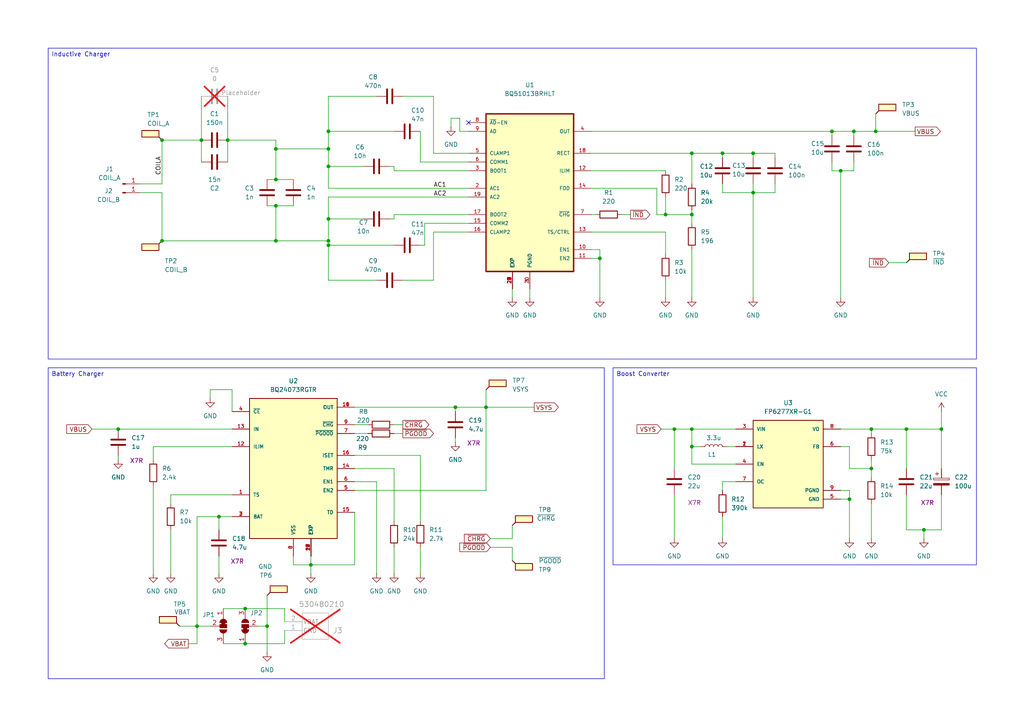
<source format=kicad_sch>
(kicad_sch (version 20250114) (generator "eeschema") (generator_version "9.0")
  (paper "A4")
  (text_box "Inductive Charger" (at 13.97 13.97 0) (size 269.24 90.17) (margins 0.9525 0.9525 0.9525 0.9525) (effects (font (size 1.27 1.27)) (justify left top)))
  (text_box "Battery Charger" (at 13.97 106.68 0) (size 161.29 90.17) (margins 0.9525 0.9525 0.9525 0.9525) (effects (font (size 1.27 1.27)) (justify left top)))
  (text_box "Boost Converter" (at 177.8 106.68 0) (size 105.41 57.15) (margins 0.9525 0.9525 0.9525 0.9525) (effects (font (size 1.27 1.27)) (justify left top)))
  (junction (at 200.66 44.45))
  (junction (at 193.04 62.23))
  (junction (at 273.05 124.46))
  (junction (at 71.12 176.53))
  (junction (at 200.66 62.23))
  (junction (at 132.08 118.11))
  (junction (at 262.89 124.46))
  (junction (at 246.38 144.78))
  (junction (at 95.25 63.5))
  (junction (at 200.66 124.46))
  (junction (at 95.25 38.1))
  (junction (at 252.73 135.89))
  (junction (at 34.29 124.46))
  (junction (at 243.84 49.53))
  (junction (at 71.12 186.69))
  (junction (at 195.58 124.46))
  (junction (at 218.44 55.88))
  (junction (at 66.04 40.64))
  (junction (at 80.01 59.69))
  (junction (at 218.44 44.45))
  (junction (at 46.99 40.64))
  (junction (at 95.25 48.26))
  (junction (at 140.97 118.11))
  (junction (at 95.25 71.12))
  (junction (at 173.99 74.93))
  (junction (at 209.55 44.45))
  (junction (at 200.66 129.54))
  (junction (at 252.73 124.46))
  (junction (at 267.97 153.67))
  (junction (at 57.15 181.61))
  (junction (at 80.01 69.85))
  (junction (at 77.47 181.61))
  (junction (at 247.65 38.1))
  (junction (at 241.3 38.1))
  (junction (at 80.01 43.18))
  (junction (at 90.17 163.83))
  (junction (at 80.01 52.07))
  (junction (at 63.5 149.86))
  (junction (at 46.99 69.85))
  (junction (at 58.42 40.64))
  (junction (at 254 38.1))
  (junction (at 95.25 43.18))
  (junction (at 95.25 69.85))
  (no_connect (at 135.89 35.56))
  (wire (pts (xy 246.38 144.78) (xy 246.38 156.21)))
  (wire (pts (xy 241.3 46.99) (xy 241.3 49.53)))
  (wire (pts (xy 132.08 119.38) (xy 132.08 118.11)))
  (wire (pts (xy 95.25 63.5) (xy 95.25 69.85)))
  (wire (pts (xy 273.05 153.67) (xy 267.97 153.67)))
  (wire (pts (xy 121.92 71.12) (xy 123.19 71.12)))
  (wire (pts (xy 190.5 54.61) (xy 171.45 54.61)))
  (wire (pts (xy 60.96 181.61) (xy 57.15 181.61)))
  (wire (pts (xy 195.58 124.46) (xy 200.66 124.46)))
  (wire (pts (xy 171.45 49.53) (xy 193.04 49.53)))
  (wire (pts (xy 85.09 163.83) (xy 90.17 163.83)))
  (wire (pts (xy 106.68 125.73) (xy 102.87 125.73)))
  (wire (pts (xy 57.15 149.86) (xy 63.5 149.86)))
  (wire (pts (xy 262.89 124.46) (xy 252.73 124.46)))
  (wire (pts (xy 40.64 55.88) (xy 46.99 55.88)))
  (wire (pts (xy 77.47 172.72) (xy 77.47 181.61)))
  (wire (pts (xy 121.92 151.13) (xy 121.92 132.08)))
  (wire (pts (xy 49.53 146.05) (xy 49.53 143.51)))
  (wire (pts (xy 95.25 48.26) (xy 95.25 54.61)))
  (wire (pts (xy 66.04 27.94) (xy 66.04 40.64)))
  (wire (pts (xy 123.19 71.12) (xy 123.19 64.77)))
  (wire (pts (xy 67.31 149.86) (xy 63.5 149.86)))
  (wire (pts (xy 123.19 64.77) (xy 135.89 64.77)))
  (wire (pts (xy 142.24 158.75) (xy 148.59 158.75)))
  (wire (pts (xy 209.55 44.45) (xy 218.44 44.45)))
  (wire (pts (xy 121.92 38.1) (xy 121.92 46.99)))
  (wire (pts (xy 90.17 163.83) (xy 102.87 163.83)))
  (wire (pts (xy 34.29 133.35) (xy 34.29 132.08)))
  (wire (pts (xy 191.77 124.46) (xy 195.58 124.46)))
  (wire (pts (xy 173.99 72.39) (xy 173.99 74.93)))
  (wire (pts (xy 95.25 81.28) (xy 109.22 81.28)))
  (wire (pts (xy 80.01 43.18) (xy 80.01 52.07)))
  (wire (pts (xy 67.31 129.54) (xy 44.45 129.54)))
  (wire (pts (xy 60.96 113.03) (xy 60.96 115.57)))
  (wire (pts (xy 195.58 143.51) (xy 195.58 156.21)))
  (wire (pts (xy 40.64 53.34) (xy 46.99 53.34)))
  (wire (pts (xy 125.73 67.31) (xy 135.89 67.31)))
  (wire (pts (xy 130.81 36.83) (xy 130.81 34.29)))
  (wire (pts (xy 241.3 38.1) (xy 247.65 38.1)))
  (wire (pts (xy 102.87 118.11) (xy 132.08 118.11)))
  (wire (pts (xy 95.25 38.1) (xy 114.3 38.1)))
  (wire (pts (xy 171.45 74.93) (xy 173.99 74.93)))
  (wire (pts (xy 82.55 182.88) (xy 82.55 186.69)))
  (wire (pts (xy 252.73 135.89) (xy 252.73 133.35)))
  (wire (pts (xy 209.55 139.7) (xy 209.55 142.24)))
  (wire (pts (xy 193.04 57.15) (xy 193.04 62.23)))
  (wire (pts (xy 247.65 39.37) (xy 247.65 38.1)))
  (wire (pts (xy 195.58 135.89) (xy 195.58 124.46)))
  (wire (pts (xy 113.03 63.5) (xy 114.3 63.5)))
  (wire (pts (xy 200.66 60.96) (xy 200.66 62.23)))
  (wire (pts (xy 135.89 54.61) (xy 95.25 54.61)))
  (wire (pts (xy 140.97 118.11) (xy 154.94 118.11)))
  (wire (pts (xy 114.3 135.89) (xy 114.3 151.13)))
  (wire (pts (xy 46.99 53.34) (xy 46.99 40.64)))
  (wire (pts (xy 209.55 55.88) (xy 218.44 55.88)))
  (wire (pts (xy 52.07 181.61) (xy 57.15 181.61)))
  (wire (pts (xy 95.25 71.12) (xy 114.3 71.12)))
  (wire (pts (xy 71.12 186.69) (xy 82.55 186.69)))
  (wire (pts (xy 102.87 142.24) (xy 140.97 142.24)))
  (wire (pts (xy 80.01 40.64) (xy 66.04 40.64)))
  (wire (pts (xy 121.92 158.75) (xy 121.92 166.37)))
  (wire (pts (xy 113.03 48.26) (xy 114.3 48.26)))
  (wire (pts (xy 262.89 143.51) (xy 262.89 153.67)))
  (wire (pts (xy 95.25 81.28) (xy 95.25 71.12)))
  (wire (pts (xy 95.25 69.85) (xy 80.01 69.85)))
  (wire (pts (xy 133.35 38.1) (xy 135.89 38.1)))
  (wire (pts (xy 80.01 59.69) (xy 80.01 69.85)))
  (wire (pts (xy 130.81 34.29) (xy 133.35 34.29)))
  (wire (pts (xy 243.84 129.54) (xy 246.38 129.54)))
  (wire (pts (xy 209.55 149.86) (xy 209.55 156.21)))
  (wire (pts (xy 132.08 128.27) (xy 132.08 127)))
  (wire (pts (xy 200.66 129.54) (xy 203.2 129.54)))
  (wire (pts (xy 77.47 189.23) (xy 77.47 181.61)))
  (wire (pts (xy 49.53 143.51) (xy 67.31 143.51)))
  (wire (pts (xy 90.17 163.83) (xy 90.17 166.37)))
  (wire (pts (xy 77.47 52.07) (xy 80.01 52.07)))
  (wire (pts (xy 200.66 129.54) (xy 200.66 134.62)))
  (wire (pts (xy 58.42 27.94) (xy 58.42 40.64)))
  (wire (pts (xy 114.3 49.53) (xy 135.89 49.53)))
  (wire (pts (xy 241.3 49.53) (xy 243.84 49.53)))
  (wire (pts (xy 82.55 180.34) (xy 82.55 176.53)))
  (wire (pts (xy 246.38 144.78) (xy 246.38 142.24)))
  (wire (pts (xy 252.73 124.46) (xy 252.73 125.73)))
  (wire (pts (xy 148.59 83.82) (xy 148.59 86.36)))
  (wire (pts (xy 252.73 135.89) (xy 252.73 138.43)))
  (wire (pts (xy 132.08 118.11) (xy 140.97 118.11)))
  (wire (pts (xy 66.04 40.64) (xy 66.04 46.99)))
  (wire (pts (xy 173.99 74.93) (xy 173.99 86.36)))
  (wire (pts (xy 267.97 153.67) (xy 262.89 153.67)))
  (wire (pts (xy 246.38 135.89) (xy 252.73 135.89)))
  (wire (pts (xy 114.3 48.26) (xy 114.3 49.53)))
  (wire (pts (xy 121.92 46.99) (xy 135.89 46.99)))
  (wire (pts (xy 273.05 135.89) (xy 273.05 124.46)))
  (wire (pts (xy 44.45 129.54) (xy 44.45 133.35)))
  (wire (pts (xy 218.44 55.88) (xy 224.79 55.88)))
  (wire (pts (xy 140.97 113.03) (xy 140.97 118.11)))
  (wire (pts (xy 171.45 67.31) (xy 193.04 67.31)))
  (wire (pts (xy 63.5 149.86) (xy 63.5 153.67)))
  (wire (pts (xy 171.45 62.23) (xy 172.72 62.23)))
  (wire (pts (xy 95.25 43.18) (xy 95.25 48.26)))
  (wire (pts (xy 44.45 140.97) (xy 44.45 166.37)))
  (wire (pts (xy 114.3 62.23) (xy 135.89 62.23)))
  (wire (pts (xy 224.79 53.34) (xy 224.79 55.88)))
  (wire (pts (xy 142.24 156.21) (xy 148.59 156.21)))
  (wire (pts (xy 57.15 186.69) (xy 57.15 181.61)))
  (wire (pts (xy 125.73 44.45) (xy 135.89 44.45)))
  (wire (pts (xy 213.36 124.46) (xy 200.66 124.46)))
  (wire (pts (xy 213.36 139.7) (xy 209.55 139.7)))
  (wire (pts (xy 26.67 124.46) (xy 34.29 124.46)))
  (wire (pts (xy 114.3 63.5) (xy 114.3 62.23)))
  (wire (pts (xy 243.84 144.78) (xy 246.38 144.78)))
  (wire (pts (xy 171.45 44.45) (xy 200.66 44.45)))
  (wire (pts (xy 77.47 181.61) (xy 74.93 181.61)))
  (wire (pts (xy 200.66 44.45) (xy 209.55 44.45)))
  (wire (pts (xy 262.89 76.2) (xy 257.81 76.2)))
  (wire (pts (xy 95.25 71.12) (xy 95.25 69.85)))
  (wire (pts (xy 190.5 62.23) (xy 193.04 62.23)))
  (wire (pts (xy 85.09 161.29) (xy 85.09 163.83)))
  (wire (pts (xy 67.31 124.46) (xy 34.29 124.46)))
  (wire (pts (xy 57.15 181.61) (xy 57.15 149.86)))
  (wire (pts (xy 200.66 62.23) (xy 200.66 64.77)))
  (wire (pts (xy 116.84 123.19) (xy 114.3 123.19)))
  (wire (pts (xy 252.73 146.05) (xy 252.73 156.21)))
  (wire (pts (xy 58.42 40.64) (xy 58.42 46.99)))
  (wire (pts (xy 64.77 186.69) (xy 71.12 186.69)))
  (wire (pts (xy 247.65 49.53) (xy 247.65 46.99)))
  (wire (pts (xy 116.84 27.94) (xy 125.73 27.94)))
  (wire (pts (xy 171.45 72.39) (xy 173.99 72.39)))
  (wire (pts (xy 116.84 125.73) (xy 114.3 125.73)))
  (wire (pts (xy 218.44 45.72) (xy 218.44 44.45)))
  (wire (pts (xy 114.3 166.37) (xy 114.3 158.75)))
  (wire (pts (xy 46.99 40.64) (xy 58.42 40.64)))
  (wire (pts (xy 254 33.02) (xy 254 38.1)))
  (wire (pts (xy 102.87 148.59) (xy 102.87 163.83)))
  (wire (pts (xy 80.01 40.64) (xy 80.01 43.18)))
  (wire (pts (xy 273.05 143.51) (xy 273.05 153.67)))
  (wire (pts (xy 95.25 27.94) (xy 95.25 38.1)))
  (wire (pts (xy 64.77 176.53) (xy 71.12 176.53)))
  (wire (pts (xy 180.34 62.23) (xy 182.88 62.23)))
  (wire (pts (xy 246.38 129.54) (xy 246.38 135.89)))
  (wire (pts (xy 243.84 49.53) (xy 243.84 86.36)))
  (wire (pts (xy 148.59 156.21) (xy 148.59 152.4)))
  (wire (pts (xy 54.61 186.69) (xy 57.15 186.69)))
  (wire (pts (xy 148.59 158.75) (xy 148.59 162.56)))
  (wire (pts (xy 210.82 129.54) (xy 213.36 129.54)))
  (wire (pts (xy 125.73 81.28) (xy 125.73 67.31)))
  (wire (pts (xy 273.05 119.38) (xy 273.05 124.46)))
  (wire (pts (xy 67.31 113.03) (xy 60.96 113.03)))
  (wire (pts (xy 193.04 81.28) (xy 193.04 86.36)))
  (wire (pts (xy 267.97 156.21) (xy 267.97 153.67)))
  (wire (pts (xy 116.84 81.28) (xy 125.73 81.28)))
  (wire (pts (xy 90.17 161.29) (xy 90.17 163.83)))
  (wire (pts (xy 80.01 52.07) (xy 85.09 52.07)))
  (wire (pts (xy 67.31 119.38) (xy 67.31 113.03)))
  (wire (pts (xy 95.25 38.1) (xy 95.25 43.18)))
  (wire (pts (xy 193.04 62.23) (xy 200.66 62.23)))
  (wire (pts (xy 106.68 123.19) (xy 102.87 123.19)))
  (wire (pts (xy 171.45 38.1) (xy 241.3 38.1)))
  (wire (pts (xy 224.79 44.45) (xy 218.44 44.45)))
  (wire (pts (xy 273.05 124.46) (xy 262.89 124.46)))
  (wire (pts (xy 247.65 38.1) (xy 254 38.1)))
  (wire (pts (xy 77.47 59.69) (xy 80.01 59.69)))
  (wire (pts (xy 95.25 27.94) (xy 109.22 27.94)))
  (wire (pts (xy 243.84 49.53) (xy 247.65 49.53)))
  (wire (pts (xy 254 38.1) (xy 265.43 38.1)))
  (wire (pts (xy 140.97 118.11) (xy 140.97 142.24)))
  (wire (pts (xy 224.79 45.72) (xy 224.79 44.45)))
  (wire (pts (xy 95.25 63.5) (xy 105.41 63.5)))
  (wire (pts (xy 200.66 72.39) (xy 200.66 86.36)))
  (wire (pts (xy 218.44 53.34) (xy 218.44 55.88)))
  (wire (pts (xy 121.92 132.08) (xy 102.87 132.08)))
  (wire (pts (xy 102.87 139.7) (xy 109.22 139.7)))
  (wire (pts (xy 46.99 69.85) (xy 80.01 69.85)))
  (wire (pts (xy 200.66 134.62) (xy 213.36 134.62)))
  (wire (pts (xy 63.5 161.29) (xy 63.5 166.37)))
  (wire (pts (xy 109.22 139.7) (xy 109.22 166.37)))
  (wire (pts (xy 95.25 57.15) (xy 135.89 57.15)))
  (wire (pts (xy 153.67 83.82) (xy 153.67 86.36)))
  (wire (pts (xy 125.73 27.94) (xy 125.73 44.45)))
  (wire (pts (xy 95.25 48.26) (xy 105.41 48.26)))
  (wire (pts (xy 95.25 43.18) (xy 80.01 43.18)))
  (wire (pts (xy 262.89 135.89) (xy 262.89 124.46)))
  (wire (pts (xy 200.66 124.46) (xy 200.66 129.54)))
  (wire (pts (xy 241.3 38.1) (xy 241.3 39.37)))
  (wire (pts (xy 243.84 124.46) (xy 252.73 124.46)))
  (wire (pts (xy 80.01 59.69) (xy 85.09 59.69)))
  (wire (pts (xy 193.04 67.31) (xy 193.04 73.66)))
  (wire (pts (xy 133.35 34.29) (xy 133.35 38.1)))
  (wire (pts (xy 200.66 44.45) (xy 200.66 53.34)))
  (wire (pts (xy 190.5 54.61) (xy 190.5 62.23)))
  (wire (pts (xy 218.44 55.88) (xy 218.44 86.36)))
  (wire (pts (xy 102.87 135.89) (xy 114.3 135.89)))
  (wire (pts (xy 209.55 53.34) (xy 209.55 55.88)))
  (wire (pts (xy 71.12 176.53) (xy 82.55 176.53)))
  (wire (pts (xy 95.25 57.15) (xy 95.25 63.5)))
  (wire (pts (xy 246.38 142.24) (xy 243.84 142.24)))
  (wire (pts (xy 49.53 153.67) (xy 49.53 166.37)))
  (wire (pts (xy 46.99 55.88) (xy 46.99 69.85)))
  (wire (pts (xy 209.55 44.45) (xy 209.55 45.72)))
  (label "AC2" (at 125.73 57.15 0))
  (label "AC1" (at 125.73 54.61 0))
  (label "COILA" (at 46.99 50.8 90))
  (global_label "~{IND}" (shape input) (at 257.81 76.2 180) (property "Intersheetrefs" "${INTERSHEET_REFS}" (effects (hide yes))))
  (global_label "VBUS" (shape output) (at 265.43 38.1 0) (property "Intersheetrefs" "${INTERSHEET_REFS}" (effects (hide yes))))
  (global_label "~{CHRG}" (shape input) (at 142.24 156.21 180) (property "Intersheetrefs" "${INTERSHEET_REFS}" (effects (hide yes))))
  (global_label "VBUS" (shape input) (at 26.67 124.46 180) (property "Intersheetrefs" "${INTERSHEET_REFS}" (effects (hide yes))))
  (global_label "VSYS" (shape input) (at 191.77 124.46 180) (property "Intersheetrefs" "${INTERSHEET_REFS}" (effects (hide yes))))
  (global_label "VSYS" (shape output) (at 154.94 118.11 0) (property "Intersheetrefs" "${INTERSHEET_REFS}" (effects (hide yes))))
  (global_label "~{CHRG}" (shape output) (at 116.84 123.19 0) (property "Intersheetrefs" "${INTERSHEET_REFS}" (effects (hide yes))))
  (global_label "~{IND}" (shape output) (at 182.88 62.23 0) (property "Intersheetrefs" "${INTERSHEET_REFS}" (effects (hide yes))))
  (global_label "~{PGOOD}" (shape output) (at 116.84 125.73 0) (property "Intersheetrefs" "${INTERSHEET_REFS}" (effects (hide yes))))
  (global_label "VBAT" (shape output) (at 54.61 186.69 180) (property "Intersheetrefs" "${INTERSHEET_REFS}" (effects (hide yes))))
  (global_label "~{PGOOD}" (shape input) (at 142.24 158.75 180) (property "Intersheetrefs" "${INTERSHEET_REFS}" (effects (hide yes))))
  (symbol (lib_id "Connector:TestPoint_Flag") (at 77.47 172.72 0) (unit 1) (in_bom no)
    (property "Reference" "TP6" (at 78.994 166.878 0) (effects (justify right)))
    (property "Value" "GND" (at 78.994 164.338 0) (effects (justify right)))
    (property "Footprint" "TestPoint:TestPoint_Pad_D1.0mm" (effects (hide yes)))
    (property "Description" "test point (alternative flag-style design)" (effects (hide yes)))
    (property "Designator" "Test Pad" (effects (hide yes)))
  )
  (symbol (lib_id "Device:C") (at 118.11 71.12 90) (unit 1)
    (property "Reference" "C11" (at 121.158 65.024 90))
    (property "Value" "47n" (at 121.158 67.564 90))
    (property "Footprint" "Capacitor_SMD:C_0402_1005Metric" (effects (hide yes)))
    (property "Description" "Unpolarized capacitor" (effects (hide yes)))
    (property "Voltage Rating" "25V" (effects (hide yes)))
    (property "Designator" "Capacitor" (effects (hide yes)))
    (property "LCSC" "C5142571" (effects (hide yes)))
    (property "MF" "CCTC" (effects (hide yes)))
    (property "MFN" "TCC0402X7R473M250AT" (effects (hide yes)))
  )
  (symbol (lib_id "Device:R") (at 121.92 154.94 0) (unit 1)
    (property "Reference" "R11" (at 124.46 153.6699 0) (effects (justify left)))
    (property "Value" "2.7k" (at 124.46 156.2099 0) (effects (justify left)))
    (property "Footprint" "Resistor_SMD:R_0402_1005Metric" (effects (hide yes)))
    (property "Description" "Resistor" (effects (hide yes)))
    (property "Designator" "Resistor" (effects (hide yes)))
    (property "LCSC" "C25885" (effects (hide yes)))
    (property "MF" "UNI-ROYAL(Uniroyal Elec)" (effects (hide yes)))
    (property "MFN" "0402WGF2701TCE" (effects (hide yes)))
  )
  (symbol (lib_id "Device:R") (at 193.04 53.34 0) (unit 1)
    (property "Reference" "R2" (at 195.58 52.0699 0) (effects (justify left)))
    (property "Value" "220" (at 195.58 54.6099 0) (effects (justify left)))
    (property "Footprint" "Resistor_SMD:R_0805_2012Metric" (effects (hide yes)))
    (property "Description" "Resistor" (effects (hide yes)))
    (property "Designator" "Resistor" (effects (hide yes)))
    (property "LCSC" "C17557" (effects (hide yes)))
    (property "MF" "UNI-ROYAL(Uniroyal Elec)" (effects (hide yes)))
    (property "MFN" "0805W8F2200T5E" (effects (hide yes)))
  )
  (symbol (lib_id "power:GND") (at 153.67 86.36 0) (unit 1)
    (property "Reference" "#PWR0107" (effects (hide yes)))
    (property "Value" "GND" (at 153.67 91.44 0))
    (property "Description" "Power symbol creates a global label with name \"GND\" , ground" (effects (hide yes)))
  )
  (symbol (lib_id "power:GND") (at 121.92 166.37 0) (unit 1)
    (property "Reference" "#PWR0109" (effects (hide yes)))
    (property "Value" "GND" (at 121.92 171.45 0))
    (property "Description" "Power symbol creates a global label with name \"GND\" , ground" (effects (hide yes)))
  )
  (symbol (lib_id "Device:C") (at 195.58 139.7 0) (unit 1)
    (property "Reference" "C20" (at 199.39 138.4299 0) (effects (justify left)))
    (property "Value" "22u" (at 199.39 140.9699 0) (effects (justify left)))
    (property "Footprint" "Capacitor_SMD:C_1206_3216Metric" (effects (hide yes)))
    (property "Description" "Unpolarized capacitor" (effects (hide yes)))
    (property "Temperature Coefficient" "X7R" (at 201.422 145.796 0))
    (property "Voltage Rating" "16V" (effects (hide yes)))
    (property "Designator" "Capacitor" (effects (hide yes)))
    (property "LCSC" "C6119995" (effects (hide yes)))
    (property "MFN" "CGA1206X7R226K160NT" (effects (hide yes)))
    (property "MF" "HRE" (effects (hide yes)))
  )
  (symbol (lib_id "power:GND") (at 252.73 156.21 0) (unit 1)
    (property "Reference" "#PWR0123" (effects (hide yes)))
    (property "Value" "GND" (at 252.73 161.29 0))
    (property "Description" "Power symbol creates a global label with name \"GND\" , ground" (effects (hide yes)))
  )
  (symbol (lib_id "power:GND") (at 243.84 86.36 0) (unit 1)
    (property "Reference" "#PWR0105" (effects (hide yes)))
    (property "Value" "GND" (at 243.84 91.44 0))
    (property "Description" "Power symbol creates a global label with name \"GND\" , ground" (effects (hide yes)))
  )
  (symbol (lib_id "power:VCC") (at 273.05 119.38 0) (unit 1)
    (property "Reference" "#PWR0125" (effects (hide yes)))
    (property "Value" "VCC" (at 273.05 114.3 0))
    (property "Description" "Power symbol creates a global label with name \"VCC\"" (effects (hide yes)))
  )
  (symbol (lib_id "Device:L") (at 207.01 129.54 90) (unit 1)
    (property "Reference" "L1" (at 206.502 131.826 90))
    (property "Value" "3.3u" (at 207.01 127 90))
    (property "Footprint" "Inductor_SMD:L_1008_2520Metric" (effects (hide yes)))
    (property "Description" "Inductor" (effects (hide yes)))
    (property "LCSC" "C2049754" (effects (hide yes)))
    (property "MFN" "MLP2520S3R3MT0S1" (effects (hide yes)))
    (property "Designator" "Inductor" (effects (hide yes)))
    (property "MF" "TDK" (effects (hide yes)))
  )
  (symbol (lib_id "power:GND") (at 246.38 156.21 0) (unit 1)
    (property "Reference" "#PWR0121" (effects (hide yes)))
    (property "Value" "GND" (at 246.38 161.29 0))
    (property "Description" "Power symbol creates a global label with name \"GND\" , ground" (effects (hide yes)))
  )
  (symbol (lib_id "Connector:Conn_01x01_Pin") (at 35.56 55.88 0) (unit 1) (in_bom no)
    (property "Reference" "J2" (at 31.496 55.372 0))
    (property "Value" "COIL_B" (at 31.496 57.912 0))
    (property "Footprint" "TestPoint:TestPoint_THTPad_D1.5mm_Drill0.7mm" (effects (hide yes)))
    (property "Description" "Generic connector, single row, 01x01, script generated" (effects (hide yes)))
  )
  (symbol (lib_id "Device:C") (at 85.09 55.88 180) (unit 1)
    (property "Reference" "C4" (at 88.9 54.6099 0) (effects (justify right)))
    (property "Value" "1n" (at 88.9 57.1499 0) (effects (justify right)))
    (property "Footprint" "Capacitor_SMD:C_0402_1005Metric" (effects (hide yes)))
    (property "Description" "Unpolarized capacitor" (effects (hide yes)))
    (property "Voltage Rating" "25V" (effects (hide yes)))
    (property "Designator" "Capacitor" (effects (hide yes)))
    (property "LCSC" "C541372" (effects (hide yes)))
    (property "MFN" "CC0402KRX7R8BB102" (effects (hide yes)))
    (property "MF" "YAGEO" (effects (hide yes)))
  )
  (symbol (lib_id "power:GND") (at 90.17 166.37 0) (unit 1)
    (property "Reference" "#PWR0112" (effects (hide yes)))
    (property "Value" "GND" (at 90.17 171.45 0))
    (property "Description" "Power symbol creates a global label with name \"GND\" , ground" (effects (hide yes)))
  )
  (symbol (lib_id "Device:R") (at 193.04 77.47 0) (unit 1)
    (property "Reference" "R3" (at 195.58 76.1999 0) (effects (justify left)))
    (property "Value" "10k" (at 195.58 78.7399 0) (effects (justify left)))
    (property "Footprint" "Resistor_SMD:R_0402_1005Metric" (effects (hide yes)))
    (property "Description" "Resistor" (effects (hide yes)))
    (property "Designator" "Resistor" (effects (hide yes)))
    (property "LCSC" "C25531" (effects (hide yes)))
    (property "MF" "UNI-ROYAL(Uniroyal Elec)" (effects (hide yes)))
    (property "MFN" "0402WGJ0103TCE" (effects (hide yes)))
  )
  (symbol (lib_id "power:GND") (at 195.58 156.21 0) (unit 1)
    (property "Reference" "#PWR0122" (effects (hide yes)))
    (property "Value" "GND" (at 195.58 161.29 0))
    (property "Description" "Power symbol creates a global label with name \"GND\" , ground" (effects (hide yes)))
  )
  (symbol (lib_id "Connector:TestPoint_Flag") (at 148.59 162.56 0) (mirror x) (unit 1) (in_bom no)
    (property "Reference" "TP9" (at 156.21 165.2271 0) (effects (justify left)))
    (property "Value" "~{PGOOD}" (at 156.21 162.6871 0) (effects (justify left)))
    (property "Footprint" "TestPoint:TestPoint_Pad_D1.0mm" (effects (hide yes)))
    (property "Description" "test point (alternative flag-style design)" (effects (hide yes)))
    (property "Designator" "Test Pad" (effects (hide yes)))
  )
  (symbol (lib_id "Connector:TestPoint_Flag") (at 52.07 181.61 0) (mirror y) (unit 1) (in_bom no)
    (property "Reference" "TP5" (at 50.292 175.26 0) (effects (justify right)))
    (property "Value" "VBAT" (at 50.546 177.546 0) (effects (justify right)))
    (property "Footprint" "TestPoint:TestPoint_Pad_D1.0mm" (effects (hide yes)))
    (property "Description" "test point (alternative flag-style design)" (effects (hide yes)))
    (property "Designator" "Test Pad" (effects (hide yes)))
  )
  (symbol (lib_id "Device:R") (at 252.73 142.24 0) (unit 1)
    (property "Reference" "R14" (at 255.27 140.9699 0) (effects (justify left)))
    (property "Value" "10k" (at 255.27 143.5099 0) (effects (justify left)))
    (property "Footprint" "Resistor_SMD:R_0402_1005Metric" (effects (hide yes)))
    (property "Description" "Resistor" (effects (hide yes)))
    (property "Designator" "Resistor" (effects (hide yes)))
    (property "LCSC" "C25531" (effects (hide yes)))
    (property "MF" "UNI-ROYAL(Uniroyal Elec)" (effects (hide yes)))
    (property "MFN" "0402WGJ0103TCE" (effects (hide yes)))
  )
  (symbol (lib_id "Device:C") (at 63.5 157.48 0) (unit 1)
    (property "Reference" "C18" (at 67.31 156.2099 0) (effects (justify left)))
    (property "Value" "4.7u" (at 67.31 158.7499 0) (effects (justify left)))
    (property "Footprint" "Capacitor_SMD:C_0603_1608Metric" (effects (hide yes)))
    (property "Description" "Unpolarized capacitor" (effects (hide yes)))
    (property "Temperature Coefficient" "X7R" (at 68.834 162.814 0))
    (property "Voltage Rating" "16V" (effects (hide yes)))
    (property "Designator" "Capacitor" (effects (hide yes)))
    (property "LCSC" "C22399629" (effects (hide yes)))
    (property "MF" "HRE" (effects (hide yes)))
    (property "MFN" "CGA0603X7R475K160JT" (effects (hide yes)))
  )
  (symbol (lib_id "power:GND") (at 200.66 86.36 0) (unit 1)
    (property "Reference" "#PWR0104" (effects (hide yes)))
    (property "Value" "GND" (at 200.66 91.44 0))
    (property "Description" "Power symbol creates a global label with name \"GND\" , ground" (effects (hide yes)))
  )
  (symbol (lib_id "Device:C") (at 34.29 128.27 0) (unit 1)
    (property "Reference" "C17" (at 38.1 126.9999 0) (effects (justify left)))
    (property "Value" "1u" (at 38.1 129.5399 0) (effects (justify left)))
    (property "Footprint" "Capacitor_SMD:C_0603_1608Metric" (effects (hide yes)))
    (property "Description" "Unpolarized capacitor" (effects (hide yes)))
    (property "Temperature Coefficient" "X7R" (at 39.624 133.604 0))
    (property "Voltage Rating" "16V" (effects (hide yes)))
    (property "Designator" "Capacitor" (effects (hide yes)))
    (property "LCSC" "C76617" (effects (hide yes)))
    (property "MF" "TDK" (effects (hide yes)))
    (property "MFN" "C1608X7R1C105KT000N" (effects (hide yes)))
  )
  (symbol (lib_id "Device:R") (at 44.45 137.16 0) (unit 1)
    (property "Reference" "R6" (at 46.99 135.8899 0) (effects (justify left)))
    (property "Value" "2.4k" (at 46.99 138.4299 0) (effects (justify left)))
    (property "Footprint" "Resistor_SMD:R_0402_1005Metric" (effects (hide yes)))
    (property "Description" "Resistor" (effects (hide yes)))
    (property "Designator" "Resistor" (effects (hide yes)))
    (property "LCSC" "C25882" (effects (hide yes)))
    (property "MF" "UNI-ROYAL(Uniroyal Elec)" (effects (hide yes)))
    (property "MFN" "0402WGF2401TCE" (effects (hide yes)))
  )
  (symbol (lib_id "Connector:TestPoint_Flag") (at 254 33.02 0) (unit 1) (in_bom no)
    (property "Reference" "TP3" (at 261.62 30.3529 0) (effects (justify left)))
    (property "Value" "VBUS" (at 261.62 32.8929 0) (effects (justify left)))
    (property "Footprint" "TestPoint:TestPoint_Pad_D1.0mm" (effects (hide yes)))
    (property "Description" "test point (alternative flag-style design)" (effects (hide yes)))
    (property "Designator" "Test Pad" (effects (hide yes)))
  )
  (symbol (lib_id "Connector:Conn_01x01_Pin") (at 35.56 53.34 0) (unit 1) (in_bom no)
    (property "Reference" "J1" (at 31.75 49.022 0))
    (property "Value" "COIL_A" (at 31.75 51.562 0))
    (property "Footprint" "TestPoint:TestPoint_THTPad_D1.5mm_Drill0.7mm" (effects (hide yes)))
    (property "Description" "Generic connector, single row, 01x01, script generated" (effects (hide yes)))
  )
  (symbol (lib_id "Device:C") (at 113.03 81.28 90) (unit 1)
    (property "Reference" "C9" (at 108.204 75.692 90))
    (property "Value" "470n" (at 108.204 78.232 90))
    (property "Footprint" "Capacitor_SMD:C_0603_1608Metric" (effects (hide yes)))
    (property "Description" "Unpolarized capacitor" (effects (hide yes)))
    (property "Voltage Rating" "25V" (effects (hide yes)))
    (property "Designator" "Capacitor" (effects (hide yes)))
    (property "LCSC" "C7503496" (effects (hide yes)))
    (property "MF" "HRE" (effects (hide yes)))
    (property "MFN" "CGA0603X7R474K250JT" (effects (hide yes)))
  )
  (symbol (lib_id "power:GND") (at 130.81 36.83 0) (unit 1)
    (property "Reference" "#PWR0118" (effects (hide yes)))
    (property "Value" "GND" (at 130.81 41.91 0))
    (property "Description" "Power symbol creates a global label with name \"GND\" , ground" (effects (hide yes)))
  )
  (symbol (lib_id "Device:C") (at 209.55 49.53 0) (unit 1)
    (property "Reference" "C12" (at 202.946 48.26 0) (effects (justify left)))
    (property "Value" "10u" (at 202.946 50.8 0) (effects (justify left)))
    (property "Footprint" "Capacitor_SMD:C_0402_1005Metric" (effects (hide yes)))
    (property "Description" "Unpolarized capacitor" (effects (hide yes)))
    (property "Voltage Rating" "16V" (effects (hide yes)))
    (property "Designator" "Capacitor" (effects (hide yes)))
    (property "LCSC" "C7393849" (effects (hide yes)))
    (property "MF" "CCTC" (effects (hide yes)))
    (property "MFN" "TCC0402X5R104Z160AT" (effects (hide yes)))
  )
  (symbol (lib_id "power:GND") (at 44.45 166.37 0) (unit 1)
    (property "Reference" "#PWR0115" (effects (hide yes)))
    (property "Value" "GND" (at 44.45 171.45 0))
    (property "Description" "Power symbol creates a global label with name \"GND\" , ground" (effects (hide yes)))
  )
  (symbol (lib_id "Device:R") (at 252.73 129.54 0) (unit 1)
    (property "Reference" "R13" (at 255.27 128.2699 0) (effects (justify left)))
    (property "Value" "75k" (at 255.27 130.8099 0) (effects (justify left)))
    (property "Footprint" "Resistor_SMD:R_0402_1005Metric" (effects (hide yes)))
    (property "Description" "Resistor" (effects (hide yes)))
    (property "Designator" "Resistor" (effects (hide yes)))
    (property "LCSC" "C25570" (effects (hide yes)))
    (property "MF" "UNI-ROYAL(Uniroyal Elec)" (effects (hide yes)))
    (property "MFN" "0402WGJ0753TCE" (effects (hide yes)))
  )
  (symbol (lib_id "Ignis:BQ24073RGTR") (at 85.09 135.89 0) (unit 1)
    (property "Reference" "U2" (at 85.09 110.49 0))
    (property "Value" "BQ24073RGTR" (at 85.09 113.03 0))
    (property "Footprint" "Ignis:IC_BQ24073RGTR" (effects (hide yes)))
    (property "Description" "BQ2407x Standalone 1-Cell 1.5-A Linear Battery Chargers with Power Path" (effects (hide yes)))
    (property "MF" "Texas Instruments" (effects (hide yes)))
    (property "Purchase-URL" "https://pricing.snapeda.com/search/part/BQ24073RGTR/?ref=eda" (effects (hide yes)))
    (property "Package" "VQFN-16 Texas Instruments" (effects (hide yes)))
    (property "Price" "None" (effects (hide yes)))
    (property "Check_prices" "https://www.snapeda.com/parts/BQ24073RGTR/Texas+Instruments/view-part/?ref=eda" (effects (hide yes)))
    (property "SnapEDA_Link" "https://www.snapeda.com/parts/BQ24073RGTR/Texas+Instruments/view-part/?ref=snap" (effects (hide yes)))
    (property "MP" "BQ24073RGTR" (effects (hide yes)))
    (property "Availability" "In Stock" (effects (hide yes)))
    (property "Description_1" "Standalone 1-cell 1.5-A linear battery charger, Power Path, 4.2-V VBAT and 4.4-V VOUT" (effects (hide yes)))
    (property "Designator" "BQ24073RGTR" (effects (hide yes)))
    (property "LCSC" "C15220" (effects (hide yes)))
    (property "MFN" "BQ24073RGTR" (effects (hide yes)))
  )
  (symbol (lib_id "Ignis:Molex-53048-0210") (at 82.55 182.88 0) (mirror x) (unit 1) (in_bom no) (dnp yes)
    (property "Reference" "J3" (at 96.52 182.8801 0) (effects (font (size 1.524 1.524)) (justify left)))
    (property "Value" "530480210" (at 86.614 175.26 0) (effects (font (size 1.524 1.524)) (justify left)))
    (property "Footprint" "Ignis:CONN02_530480210_MOL" (effects (hide yes)))
    (property "Datasheet" "https://www.molex.com/en-us/products/part-detail-pdf/530480210?display=pdf" (effects (hide yes)))
  )
  (symbol (lib_id "Connector:TestPoint_Flag") (at 148.59 152.4 0) (unit 1) (in_bom no)
    (property "Reference" "TP8" (at 156.21 147.828 0) (effects (justify left)))
    (property "Value" "~{CHRG}" (at 155.702 150.368 0) (effects (justify left)))
    (property "Footprint" "TestPoint:TestPoint_Pad_D1.0mm" (effects (hide yes)))
    (property "Description" "test point (alternative flag-style design)" (effects (hide yes)))
    (property "Designator" "Test Pad" (effects (hide yes)))
  )
  (symbol (lib_id "power:GND") (at 60.96 115.57 0) (unit 1)
    (property "Reference" "#PWR0117" (effects (hide yes)))
    (property "Value" "GND" (at 60.96 120.65 0))
    (property "Description" "Power symbol creates a global label with name \"GND\" , ground" (effects (hide yes)))
  )
  (symbol (lib_id "Device:C") (at 224.79 49.53 0) (unit 1)
    (property "Reference" "C14" (at 228.6 48.2599 0) (effects (justify left)))
    (property "Value" "100n" (at 228.6 50.7999 0) (effects (justify left)))
    (property "Footprint" "Capacitor_SMD:C_0402_1005Metric" (effects (hide yes)))
    (property "Description" "Unpolarized capacitor" (effects (hide yes)))
    (property "Voltage Rating" "16V" (effects (hide yes)))
    (property "Designator" "Capacitor" (effects (hide yes)))
    (property "LCSC" "C328914" (effects (hide yes)))
    (property "MF" "PSA(Prosperity Dielectrics)" (effects (hide yes)))
    (property "MFN" "FN15X104K160PNG" (effects (hide yes)))
  )
  (symbol (lib_id "Device:C") (at 77.47 55.88 0) (mirror x) (unit 1)
    (property "Reference" "C3" (at 73.66 54.6099 0) (effects (justify right)))
    (property "Value" "1n" (at 73.66 57.1499 0) (effects (justify right)))
    (property "Footprint" "Capacitor_SMD:C_0402_1005Metric" (effects (hide yes)))
    (property "Description" "Unpolarized capacitor" (effects (hide yes)))
    (property "Voltage Rating" "25V" (effects (hide yes)))
    (property "Designator" "Capacitor" (effects (hide yes)))
    (property "LCSC" "C541372" (effects (hide yes)))
    (property "MFN" "CC0402KRX7R8BB102" (effects (hide yes)))
    (property "MF" "YAGEO" (effects (hide yes)))
  )
  (symbol (lib_id "Ignis:FP6277XR-G1") (at 228.6 134.62 0) (unit 1)
    (property "Reference" "U3" (at 228.6 116.84 0))
    (property "Value" "FP6277XR-G1" (at 228.6 119.38 0))
    (property "Footprint" "Ignis:SOIC127P599X175-9N" (effects (hide yes)))
    (property "Description" "500kHz 7A High Efficiency Synchronous PWM Boost Converter" (effects (hide yes)))
    (property "MF" "Feeling Technology" (effects (hide yes)))
    (property "MAXIMUM_PACKAGE_HEIGHT" "1.752mm" (effects (hide yes)))
    (property "Package" "Package" (effects (hide yes)))
    (property "Price" "None" (effects (hide yes)))
    (property "Check_prices" "https://www.snapeda.com/parts/FP6277XR-G1/Feeling+Technology/view-part/?ref=eda" (effects (hide yes)))
    (property "STANDARD" "IPC 7351B" (effects (hide yes)))
    (property "PARTREV" "0.65" (effects (hide yes)))
    (property "SnapEDA_Link" "https://www.snapeda.com/parts/FP6277XR-G1/Feeling+Technology/view-part/?ref=snap" (effects (hide yes)))
    (property "MP" "FP6277XR-G1" (effects (hide yes)))
    (property "Description_1" "500kHz 7A High-Efficiency Synchronous PWM Boost Convert" (effects (hide yes)))
    (property "MANUFACTURER" "Feeling Technology" (effects (hide yes)))
    (property "Availability" "Not in stock" (effects (hide yes)))
    (property "SNAPEDA_PN" "FP6277XR-G1" (effects (hide yes)))
    (property "Designator" "FP6277XR-G1" (effects (hide yes)))
    (property "LCSC" "C88312" (effects (hide yes)))
    (property "MFN" "FP6277XR-G1" (effects (hide yes)))
  )
  (symbol (lib_id "Device:C") (at 247.65 43.18 0) (unit 1)
    (property "Reference" "C16" (at 251.46 41.9099 0) (effects (justify left)))
    (property "Value" "100n" (at 251.46 44.4499 0) (effects (justify left)))
    (property "Footprint" "Capacitor_SMD:C_0402_1005Metric" (effects (hide yes)))
    (property "Description" "Unpolarized capacitor" (effects (hide yes)))
    (property "Voltage Rating" "16V" (effects (hide yes)))
    (property "Designator" "Capacitor" (effects (hide yes)))
    (property "LCSC" "C328914" (effects (hide yes)))
    (property "MF" "PSA(Prosperity Dielectrics)" (effects (hide yes)))
    (property "MFN" "FN15X104K160PNG" (effects (hide yes)))
  )
  (symbol (lib_id "Device:C") (at 218.44 49.53 0) (unit 1)
    (property "Reference" "C13" (at 212.344 48.0059 0) (effects (justify left)))
    (property "Value" "10u" (at 212.344 50.5459 0) (effects (justify left)))
    (property "Footprint" "Capacitor_SMD:C_0402_1005Metric" (effects (hide yes)))
    (property "Description" "Unpolarized capacitor" (effects (hide yes)))
    (property "Voltage Rating" "16V" (effects (hide yes)))
    (property "Designator" "Capacitor" (effects (hide yes)))
    (property "LCSC" "C7393849" (effects (hide yes)))
    (property "MF" "CCTC" (effects (hide yes)))
    (property "MFN" "TCC0402X5R104Z160AT" (effects (hide yes)))
  )
  (symbol (lib_id "power:GND") (at 209.55 156.21 0) (unit 1)
    (property "Reference" "#PWR0124" (effects (hide yes)))
    (property "Value" "GND" (at 209.55 161.29 0))
    (property "Description" "Power symbol creates a global label with name \"GND\" , ground" (effects (hide yes)))
  )
  (symbol (lib_id "Device:R") (at 110.49 125.73 90) (mirror x) (unit 1)
    (property "Reference" "R9" (at 105.156 129.794 90))
    (property "Value" "220" (at 105.156 127.254 90))
    (property "Footprint" "Resistor_SMD:R_0402_1005Metric" (effects (hide yes)))
    (property "Description" "Resistor" (effects (hide yes)))
    (property "Designator" "Resistor" (effects (hide yes)))
    (property "LCSC" "C25091" (effects (hide yes)))
    (property "MF" "UNI-ROYAL(Uniroyal Elec)" (effects (hide yes)))
    (property "MFN" "0402WGF2200TCE" (effects (hide yes)))
  )
  (symbol (lib_id "power:GND") (at 218.44 86.36 0) (unit 1)
    (property "Reference" "#PWR01" (effects (hide yes)))
    (property "Value" "GND" (at 218.44 91.44 0))
    (property "Description" "Power symbol creates a global label with name \"GND\" , ground" (effects (hide yes)))
  )
  (symbol (lib_id "power:GND") (at 193.04 86.36 0) (unit 1)
    (property "Reference" "#PWR0102" (effects (hide yes)))
    (property "Value" "GND" (at 193.04 91.44 0))
    (property "Description" "Power symbol creates a global label with name \"GND\" , ground" (effects (hide yes)))
  )
  (symbol (lib_id "Device:C") (at 62.23 46.99 90) (mirror x) (unit 1)
    (property "Reference" "C2" (at 62.23 54.61 90))
    (property "Value" "15n" (at 62.23 52.07 90))
    (property "Footprint" "Capacitor_SMD:C_0402_1005Metric" (effects (hide yes)))
    (property "Description" "Unpolarized capacitor" (effects (hide yes)))
    (property "Temperature Coefficient" "X7R" (effects (hide yes)))
    (property "Voltage Rating" "25V" (effects (hide yes)))
    (property "Designator" "Capacitor" (effects (hide yes)))
    (property "LCSC" "C285020" (effects (hide yes)))
    (property "MFN" "0402B153K250NT" (effects (hide yes)))
    (property "MF" "FH (Guangdong Fenghua Advanced Tech)" (effects (hide yes)))
  )
  (symbol (lib_id "power:GND") (at 34.29 133.35 0) (unit 1)
    (property "Reference" "#PWR0116" (effects (hide yes)))
    (property "Value" "GND" (at 34.29 138.43 0))
    (property "Description" "Power symbol creates a global label with name \"GND\" , ground" (effects (hide yes)))
  )
  (symbol (lib_id "power:GND") (at 77.47 189.23 0) (unit 1)
    (property "Reference" "#PWR0113" (effects (hide yes)))
    (property "Value" "GND" (at 77.47 194.31 0))
    (property "Description" "Power symbol creates a global label with name \"GND\" , ground" (effects (hide yes)))
  )
  (symbol (lib_id "Device:C_Polarized") (at 273.05 139.7 0) (unit 1)
    (property "Reference" "C22" (at 276.86 138.4299 0) (effects (justify left)))
    (property "Value" "100u" (at 276.86 140.9699 0) (effects (justify left)))
    (property "Footprint" "Capacitor_SMD:CP_Elec_5x5.4" (effects (hide yes)))
    (property "Description" "Polarized capacitor" (effects (hide yes)))
    (property "Voltage Rating" "16V" (effects (hide yes)))
    (property "Designator" "Capacitor" (effects (hide yes)))
    (property "LCSC" "C7461241" (effects (hide yes)))
    (property "MFN" "126RV0110" (effects (hide yes)))
  )
  (symbol (lib_id "Device:C") (at 109.22 48.26 90) (unit 1)
    (property "Reference" "C6" (at 104.394 42.672 90))
    (property "Value" "10n" (at 104.394 45.212 90))
    (property "Footprint" "Capacitor_SMD:C_0402_1005Metric" (effects (hide yes)))
    (property "Description" "Unpolarized capacitor" (effects (hide yes)))
    (property "Voltage Rating" "25V" (effects (hide yes)))
    (property "Designator" "Capacitor" (effects (hide yes)))
    (property "LCSC" "C284987" (effects (hide yes)))
    (property "MFN" "0402B103K250NT" (effects (hide yes)))
    (property "MF" "FH (Guangdong Fenghua Advanced Tech)" (effects (hide yes)))
  )
  (symbol (lib_id "Connector:TestPoint_Flag") (at 140.97 113.03 0) (unit 1) (in_bom no)
    (property "Reference" "TP7" (at 148.59 110.3629 0) (effects (justify left)))
    (property "Value" "VSYS" (at 148.59 112.9029 0) (effects (justify left)))
    (property "Footprint" "TestPoint:TestPoint_Pad_D1.0mm" (effects (hide yes)))
    (property "Description" "test point (alternative flag-style design)" (effects (hide yes)))
    (property "Designator" "Test Pad" (effects (hide yes)))
  )
  (symbol (lib_id "power:GND") (at 63.5 166.37 0) (unit 1)
    (property "Reference" "#PWR0119" (effects (hide yes)))
    (property "Value" "GND" (at 63.5 171.45 0))
    (property "Description" "Power symbol creates a global label with name \"GND\" , ground" (effects (hide yes)))
  )
  (symbol (lib_id "power:GND") (at 49.53 166.37 0) (unit 1)
    (property "Reference" "#PWR0114" (effects (hide yes)))
    (property "Value" "GND" (at 49.53 171.45 0))
    (property "Description" "Power symbol creates a global label with name \"GND\" , ground" (effects (hide yes)))
  )
  (symbol (lib_id "power:GND") (at 132.08 128.27 0) (unit 1)
    (property "Reference" "#PWR0106" (effects (hide yes)))
    (property "Value" "GND" (at 132.08 133.35 0))
    (property "Description" "Power symbol creates a global label with name \"GND\" , ground" (effects (hide yes)))
  )
  (symbol (lib_id "Jumper:SolderJumper_3_Bridged12") (at 71.12 181.61 90) (unit 1) (in_bom no)
    (property "Reference" "JP2" (at 76.2 177.8 90) (effects (justify left)))
    (property "Value" "VGNDS" (effects (hide yes)))
    (property "Footprint" "Jumper:SolderJumper-3_P1.3mm_Bridged12_RoundedPad1.0x1.5mm" (effects (hide yes)))
    (property "Description" "3-pole Solder Jumper, pins 1+2 closed/bridged" (effects (hide yes)))
  )
  (symbol (lib_id "Connector:TestPoint_Flag") (at 46.99 40.64 0) (mirror y) (unit 1) (in_bom no)
    (property "Reference" "TP1" (at 42.672 33.274 0) (effects (justify right)))
    (property "Value" "COIL_A" (at 42.672 35.814 0) (effects (justify right)))
    (property "Footprint" "TestPoint:TestPoint_Pad_D1.0mm" (effects (hide yes)))
    (property "Description" "test point (alternative flag-style design)" (effects (hide yes)))
    (property "Designator" "Test Pad" (effects (hide yes)))
  )
  (symbol (lib_id "power:GND") (at 267.97 156.21 0) (unit 1)
    (property "Reference" "#PWR0120" (effects (hide yes)))
    (property "Value" "GND" (at 267.97 161.29 0))
    (property "Description" "Power symbol creates a global label with name \"GND\" , ground" (effects (hide yes)))
  )
  (symbol (lib_id "Connector:TestPoint_Flag") (at 262.89 76.2 0) (unit 1) (in_bom no)
    (property "Reference" "TP4" (at 270.51 73.5329 0) (effects (justify left)))
    (property "Value" "~{IND}" (at 270.51 76.0729 0) (effects (justify left)))
    (property "Footprint" "TestPoint:TestPoint_Pad_D1.0mm" (effects (hide yes)))
    (property "Description" "test point (alternative flag-style design)" (effects (hide yes)))
    (property "Designator" "Test Pad" (effects (hide yes)))
  )
  (symbol (lib_id "Device:C") (at 241.3 43.18 0) (unit 1)
    (property "Reference" "C15" (at 235.204 41.6559 0) (effects (justify left)))
    (property "Value" "10u" (at 235.204 44.1959 0) (effects (justify left)))
    (property "Footprint" "Capacitor_SMD:C_0402_1005Metric" (effects (hide yes)))
    (property "Description" "Unpolarized capacitor" (effects (hide yes)))
    (property "Voltage Rating" "16V" (effects (hide yes)))
    (property "Designator" "Capacitor" (effects (hide yes)))
    (property "LCSC" "C7393849" (effects (hide yes)))
    (property "MF" "CCTC" (effects (hide yes)))
    (property "MFN" "TCC0402X5R104Z160AT" (effects (hide yes)))
  )
  (symbol (lib_id "Device:C") (at 62.23 27.94 90) (unit 1) (dnp yes)
    (property "Reference" "C5" (at 62.23 20.32 90))
    (property "Value" "0" (at 62.23 22.86 90))
    (property "Footprint" "Capacitor_SMD:C_0805_2012Metric_Pad1.18x1.45mm_HandSolder" (effects (hide yes)))
    (property "Description" "Unpolarized capacitor" (effects (hide yes)))
    (property "Note" "Placeholder" (at 69.85 26.924 90))
    (property "Voltage Rating" "25V" (effects (hide yes)))
    (property "Designator" "Capacitor" (effects (hide yes)))
  )
  (symbol (lib_id "Device:R") (at 176.53 62.23 90) (unit 1)
    (property "Reference" "R1" (at 176.53 55.88 90))
    (property "Value" "220" (at 176.53 58.42 90))
    (property "Footprint" "Resistor_SMD:R_0402_1005Metric" (effects (hide yes)))
    (property "Description" "Resistor" (effects (hide yes)))
    (property "Designator" "Resistor" (effects (hide yes)))
    (property "LCSC" "C25091" (effects (hide yes)))
    (property "MF" "UNI-ROYAL(Uniroyal Elec)" (effects (hide yes)))
    (property "MFN" "0402WGF2200TCE" (effects (hide yes)))
  )
  (symbol (lib_id "Device:R") (at 200.66 57.15 0) (unit 1)
    (property "Reference" "R4" (at 203.2 55.8799 0) (effects (justify left)))
    (property "Value" "20k" (at 203.2 58.4199 0) (effects (justify left)))
    (property "Footprint" "Resistor_SMD:R_0402_1005Metric" (effects (hide yes)))
    (property "Description" "Resistor" (effects (hide yes)))
    (property "Designator" "Resistor" (effects (hide yes)))
    (property "LCSC" "C25545" (effects (hide yes)))
    (property "MF" "UNI-ROYAL(Uniroyal Elec)" (effects (hide yes)))
    (property "MFN" "0402WGJ0203TCE" (effects (hide yes)))
  )
  (symbol (lib_id "Device:C") (at 62.23 40.64 90) (unit 1)
    (property "Reference" "C1" (at 62.23 33.02 90))
    (property "Value" "150n" (at 62.23 35.56 90))
    (property "Footprint" "Capacitor_SMD:C_0402_1005Metric" (effects (hide yes)))
    (property "Description" "Unpolarized capacitor" (effects (hide yes)))
    (property "Temperature Coefficient" "X7R" (effects (hide yes)))
    (property "Voltage Rating" "25V" (effects (hide yes)))
    (property "Designator" "Capacitor" (effects (hide yes)))
    (property "LCSC" "C5448879" (effects (hide yes)))
    (property "MF" "CCTC" (effects (hide yes)))
    (property "MFN" "TCC0402X7R154K250AT" (effects (hide yes)))
  )
  (symbol (lib_id "Connector:TestPoint_Flag") (at 46.99 69.85 180) (unit 1) (in_bom no)
    (property "Reference" "TP2" (at 47.752 75.692 0) (effects (justify right)))
    (property "Value" "COIL_B" (at 47.752 78.232 0) (effects (justify right)))
    (property "Footprint" "TestPoint:TestPoint_Pad_D1.0mm" (effects (hide yes)))
    (property "Description" "test point (alternative flag-style design)" (effects (hide yes)))
    (property "Designator" "Test Pad" (effects (hide yes)))
  )
  (symbol (lib_id "Device:C") (at 132.08 123.19 0) (unit 1)
    (property "Reference" "C19" (at 135.89 121.9199 0) (effects (justify left)))
    (property "Value" "4.7u" (at 135.89 124.4599 0) (effects (justify left)))
    (property "Footprint" "Capacitor_SMD:C_0603_1608Metric" (effects (hide yes)))
    (property "Description" "Unpolarized capacitor" (effects (hide yes)))
    (property "Temperature Coefficient" "X7R" (at 137.414 128.524 0))
    (property "Voltage Rating" "16V" (effects (hide yes)))
    (property "Designator" "Capacitor" (effects (hide yes)))
    (property "LCSC" "C22399629" (effects (hide yes)))
    (property "MF" "HRE" (effects (hide yes)))
    (property "MFN" "CGA0603X7R475K160JT" (effects (hide yes)))
  )
  (symbol (lib_id "power:GND") (at 114.3 166.37 0) (unit 1)
    (property "Reference" "#PWR0110" (effects (hide yes)))
    (property "Value" "GND" (at 114.3 171.45 0))
    (property "Description" "Power symbol creates a global label with name \"GND\" , ground" (effects (hide yes)))
  )
  (symbol (lib_id "power:GND") (at 148.59 86.36 0) (unit 1)
    (property "Reference" "#PWR0108" (effects (hide yes)))
    (property "Value" "GND" (at 148.59 91.44 0))
    (property "Description" "Power symbol creates a global label with name \"GND\" , ground" (effects (hide yes)))
  )
  (symbol (lib_id "power:GND") (at 109.22 166.37 0) (unit 1)
    (property "Reference" "#PWR0111" (effects (hide yes)))
    (property "Value" "GND" (at 109.22 171.45 0))
    (property "Description" "Power symbol creates a global label with name \"GND\" , ground" (effects (hide yes)))
  )
  (symbol (lib_id "Device:R") (at 209.55 146.05 0) (unit 1)
    (property "Reference" "R12" (at 212.09 144.7799 0) (effects (justify left)))
    (property "Value" "390k" (at 212.09 147.3199 0) (effects (justify left)))
    (property "Footprint" "Resistor_SMD:R_0402_1005Metric" (effects (hide yes)))
    (property "Description" "Resistor" (effects (hide yes)))
    (property "Designator" "Resistor" (effects (hide yes)))
    (property "LCSC" "C25557" (effects (hide yes)))
    (property "MF" "UNI-ROYAL(Uniroyal Elec)" (effects (hide yes)))
    (property "MFN" "0402WGJ0394TCE" (effects (hide yes)))
  )
  (symbol (lib_id "Device:C") (at 118.11 38.1 90) (unit 1)
    (property "Reference" "C10" (at 121.158 32.004 90))
    (property "Value" "47n" (at 121.158 34.544 90))
    (property "Footprint" "Capacitor_SMD:C_0402_1005Metric" (effects (hide yes)))
    (property "Description" "Unpolarized capacitor" (effects (hide yes)))
    (property "Voltage Rating" "25V" (effects (hide yes)))
    (property "Designator" "Capacitor" (effects (hide yes)))
    (property "LCSC" "C5142571" (effects (hide yes)))
    (property "MF" "CCTC" (effects (hide yes)))
    (property "MFN" "TCC0402X7R473M250AT" (effects (hide yes)))
  )
  (symbol (lib_id "Jumper:SolderJumper_3_Bridged12") (at 64.77 181.61 270) (unit 1) (in_bom no)
    (property "Reference" "JP1" (at 58.674 178.308 90) (effects (justify left)))
    (property "Value" "VBATS" (effects (hide yes)))
    (property "Footprint" "Jumper:SolderJumper-3_P1.3mm_Bridged12_RoundedPad1.0x1.5mm" (effects (hide yes)))
    (property "Description" "3-pole Solder Jumper, pins 1+2 closed/bridged" (effects (hide yes)))
  )
  (symbol (lib_id "power:GND") (at 173.99 86.36 0) (unit 1)
    (property "Reference" "#PWR0103" (effects (hide yes)))
    (property "Value" "GND" (at 173.99 91.44 0))
    (property "Description" "Power symbol creates a global label with name \"GND\" , ground" (effects (hide yes)))
  )
  (symbol (lib_id "Ignis:BQ51013BRHLT") (at 153.67 55.88 0) (unit 1)
    (property "Reference" "U1" (at 153.67 24.638 0))
    (property "Value" "BQ51013BRHLT" (at 153.67 27.178 0))
    (property "Footprint" "Ignis:BQ51013BRHLT" (effects (hide yes)))
    (property "Description" "Q51013B Highly Integrated Wireless Receiver Qi - Power Management" (effects (hide yes)))
    (property "MF" "Texas Instruments" (effects (hide yes)))
    (property "Description_1" "WPC 1.1 Compatible Fully integrated Wireless power Receiver IC" (effects (hide yes)))
    (property "Package" "VQFN-20 Texas Instruments" (effects (hide yes)))
    (property "Price" "None" (effects (hide yes)))
    (property "SnapEDA_Link" "https://www.snapeda.com/parts/BQ51013BRHLT/Texas+Instruments/view-part/?ref=snap" (effects (hide yes)))
    (property "MP" "BQ51013BRHLT" (effects (hide yes)))
    (property "Availability" "In Stock" (effects (hide yes)))
    (property "Check_prices" "https://www.snapeda.com/parts/BQ51013BRHLT/Texas+Instruments/view-part/?ref=eda" (effects (hide yes)))
    (property "Designator" "BQ51013BRHLT" (effects (hide yes)))
    (property "LCSC" "C2650154" (effects (hide yes)))
    (property "MFN" "BQ51013BRHLT" (effects (hide yes)))
  )
  (symbol (lib_id "Device:R") (at 200.66 68.58 0) (unit 1)
    (property "Reference" "R5" (at 203.2 67.3099 0) (effects (justify left)))
    (property "Value" "196" (at 203.2 69.8499 0) (effects (justify left)))
    (property "Footprint" "Resistor_SMD:R_0805_2012Metric" (effects (hide yes)))
    (property "Description" "Resistor" (effects (hide yes)))
    (property "Designator" "Resistor" (effects (hide yes)))
    (property "LCSC" "C407413" (effects (hide yes)))
    (property "MF" "UNI-ROYAL(Uniroyal Elec)" (effects (hide yes)))
    (property "MFN" "0805W8F1960T5E" (effects (hide yes)))
  )
  (symbol (lib_id "Device:R") (at 49.53 149.86 0) (unit 1)
    (property "Reference" "R7" (at 52.07 148.5899 0) (effects (justify left)))
    (property "Value" "10k" (at 52.07 151.1299 0) (effects (justify left)))
    (property "Footprint" "Resistor_SMD:R_0402_1005Metric" (effects (hide yes)))
    (property "Description" "Resistor" (effects (hide yes)))
    (property "Designator" "Resistor" (effects (hide yes)))
    (property "LCSC" "C25531" (effects (hide yes)))
    (property "MF" "UNI-ROYAL(Uniroyal Elec)" (effects (hide yes)))
    (property "MFN" "0402WGJ0103TCE" (effects (hide yes)))
  )
  (symbol (lib_id "Device:R") (at 110.49 123.19 270) (mirror x) (unit 1)
    (property "Reference" "R8" (at 105.41 119.38 90))
    (property "Value" "220" (at 105.41 121.92 90))
    (property "Footprint" "Resistor_SMD:R_0402_1005Metric" (effects (hide yes)))
    (property "Description" "Resistor" (effects (hide yes)))
    (property "Designator" "Resistor" (effects (hide yes)))
    (property "LCSC" "C25091" (effects (hide yes)))
    (property "MF" "UNI-ROYAL(Uniroyal Elec)" (effects (hide yes)))
    (property "MFN" "0402WGF2200TCE" (effects (hide yes)))
  )
  (symbol (lib_id "Device:C") (at 113.03 27.94 90) (unit 1)
    (property "Reference" "C8" (at 108.204 22.352 90))
    (property "Value" "470n" (at 108.204 24.892 90))
    (property "Footprint" "Capacitor_SMD:C_0603_1608Metric" (effects (hide yes)))
    (property "Description" "Unpolarized capacitor" (effects (hide yes)))
    (property "Voltage Rating" "25V" (effects (hide yes)))
    (property "Designator" "Capacitor" (effects (hide yes)))
    (property "LCSC" "C7503496" (effects (hide yes)))
    (property "MF" "HRE" (effects (hide yes)))
    (property "MFN" "CGA0603X7R474K250JT" (effects (hide yes)))
  )
  (symbol (lib_id "Device:C") (at 262.89 139.7 0) (unit 1)
    (property "Reference" "C21" (at 266.7 138.4299 0) (effects (justify left)))
    (property "Value" "22u" (at 266.7 140.9699 0) (effects (justify left)))
    (property "Footprint" "Capacitor_SMD:C_1206_3216Metric" (effects (hide yes)))
    (property "Description" "Unpolarized capacitor" (effects (hide yes)))
    (property "Temperature Coefficient" "X7R" (at 268.986 145.796 0))
    (property "Voltage Rating" "16V" (effects (hide yes)))
    (property "Designator" "Capacitor" (effects (hide yes)))
    (property "LCSC" "C6119995" (effects (hide yes)))
    (property "MFN" "CGA1206X7R226K160NT" (effects (hide yes)))
    (property "MF" "HRE" (effects (hide yes)))
  )
  (symbol (lib_id "Device:C") (at 109.22 63.5 90) (unit 1)
    (property "Reference" "C7" (at 105.41 64.516 90))
    (property "Value" "10n" (at 105.41 67.056 90))
    (property "Footprint" "Capacitor_SMD:C_0402_1005Metric" (effects (hide yes)))
    (property "Description" "Unpolarized capacitor" (effects (hide yes)))
    (property "Voltage Rating" "25V" (effects (hide yes)))
    (property "Designator" "Capacitor" (effects (hide yes)))
    (property "LCSC" "C284987" (effects (hide yes)))
    (property "MFN" "0402B103K250NT" (effects (hide yes)))
    (property "MF" "FH (Guangdong Fenghua Advanced Tech)" (effects (hide yes)))
  )
  (symbol (lib_id "Device:R") (at 114.3 154.94 0) (unit 1)
    (property "Reference" "R10" (at 116.84 153.6699 0) (effects (justify left)))
    (property "Value" "24k" (at 116.84 156.2099 0) (effects (justify left)))
    (property "Footprint" "Resistor_SMD:R_0402_1005Metric" (effects (hide yes)))
    (property "Description" "Resistor" (effects (hide yes)))
    (property "Designator" "Resistor" (effects (hide yes)))
    (property "LCSC" "C25549" (effects (hide yes)))
    (property "MF" "UNI-ROYAL(Uniroyal Elec)" (effects (hide yes)))
    (property "MFN" "0402WGJ0243TCE" (effects (hide yes)))
  )
)
</source>
